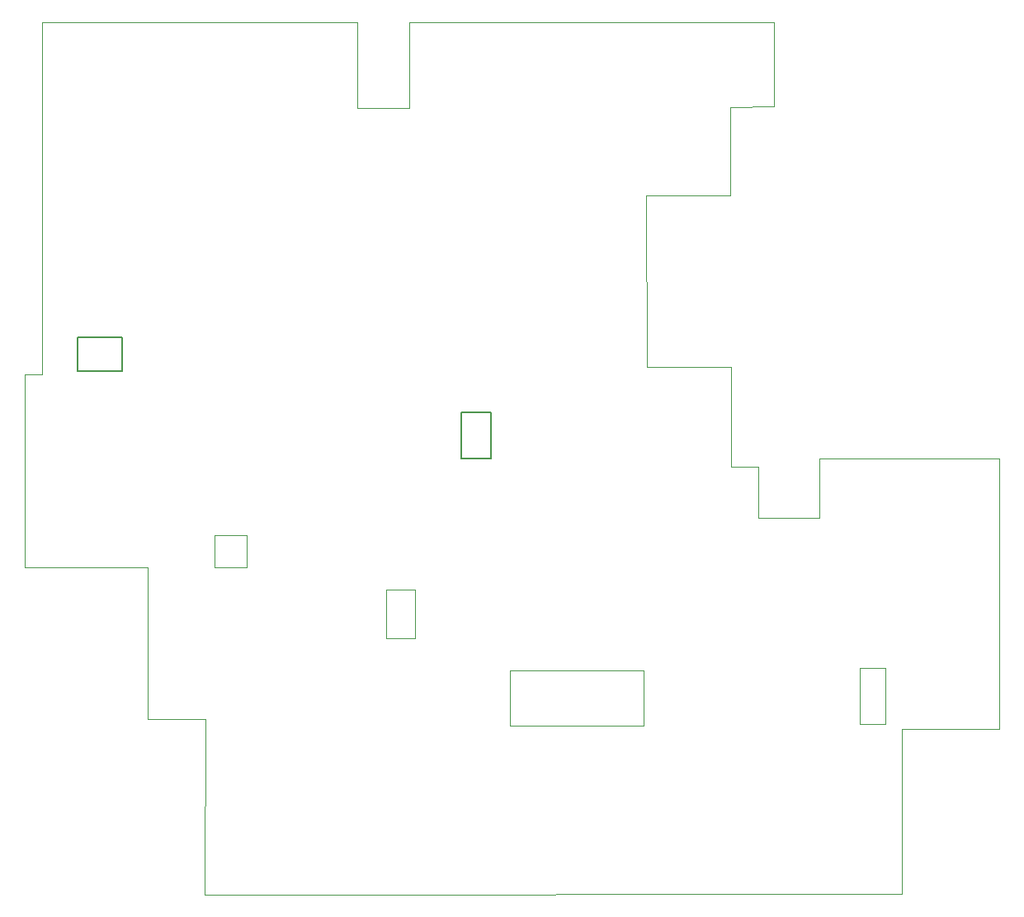
<source format=gbr>
%TF.GenerationSoftware,KiCad,Pcbnew,(7.0.0)*%
%TF.CreationDate,2023-02-16T22:34:58-06:00*%
%TF.ProjectId,cart,63617274-2e6b-4696-9361-645f70636258,rev?*%
%TF.SameCoordinates,Original*%
%TF.FileFunction,Profile,NP*%
%FSLAX46Y46*%
G04 Gerber Fmt 4.6, Leading zero omitted, Abs format (unit mm)*
G04 Created by KiCad (PCBNEW (7.0.0)) date 2023-02-16 22:34:58*
%MOMM*%
%LPD*%
G01*
G04 APERTURE LIST*
%TA.AperFunction,Profile*%
%ADD10C,0.100000*%
%TD*%
%TA.AperFunction,Profile*%
%ADD11C,0.150000*%
%TD*%
G04 APERTURE END LIST*
D10*
X131630000Y-156010000D02*
X145340000Y-156010000D01*
X145340000Y-156010000D02*
X145340000Y-161630000D01*
X145340000Y-161630000D02*
X131630000Y-161630000D01*
X131630000Y-161630000D02*
X131630000Y-156010000D01*
X154210000Y-98130000D02*
X154220000Y-107250000D01*
X121308000Y-98224000D02*
X115974000Y-98224000D01*
X158670000Y-98090000D02*
X154210000Y-98130000D01*
X115974000Y-98224000D02*
X115974000Y-93398000D01*
X157060000Y-140340000D02*
X157060000Y-135060000D01*
X171830000Y-178970000D02*
X171820000Y-161980000D01*
X154320000Y-135060000D02*
X157060000Y-135060000D01*
X115974000Y-89461000D02*
X83589000Y-89461000D01*
X158670000Y-98090000D02*
X158670000Y-89460000D01*
X115974000Y-93398000D02*
X115974000Y-89461000D01*
X181820000Y-134230000D02*
X163340000Y-134230000D01*
X81840000Y-125600000D02*
X83590000Y-125600000D01*
X81840000Y-145430000D02*
X81840000Y-125600000D01*
X118880000Y-147670000D02*
X121890000Y-147670000D01*
X121890000Y-147670000D02*
X121890000Y-152660000D01*
X121890000Y-152660000D02*
X118880000Y-152660000D01*
X118880000Y-152660000D02*
X118880000Y-147670000D01*
X154320000Y-134200000D02*
X154320000Y-135060000D01*
X171820000Y-161980000D02*
X181820000Y-161980000D01*
X181820000Y-161980000D02*
X181820000Y-160970000D01*
X170120000Y-155710000D02*
X170120000Y-160620000D01*
X121308000Y-89461000D02*
X121308000Y-98224000D01*
X181820000Y-134230000D02*
X181820000Y-160970000D01*
X100350000Y-161020000D02*
X94440000Y-161020000D01*
X101342500Y-142130000D02*
X104617500Y-142130000D01*
X104617500Y-142130000D02*
X104617500Y-145455000D01*
X104617500Y-145455000D02*
X101342500Y-145455000D01*
X101342500Y-145455000D02*
X101342500Y-142130000D01*
X163340000Y-134230000D02*
X163330000Y-140340000D01*
X170120000Y-161530000D02*
X167510000Y-161520000D01*
X163330000Y-140340000D02*
X157060000Y-140340000D01*
D11*
X126640000Y-129515000D02*
X129640000Y-129515000D01*
X129640000Y-129515000D02*
X129640000Y-134265000D01*
X129640000Y-134265000D02*
X126640000Y-134265000D01*
X126640000Y-134265000D02*
X126640000Y-129515000D01*
D10*
X145630000Y-124850000D02*
X154310000Y-124860000D01*
X154220000Y-107250000D02*
X145620000Y-107250000D01*
X100320000Y-179020000D02*
X171830000Y-178970000D01*
X83589000Y-89461000D02*
X83590000Y-125600000D01*
X167510000Y-160630000D02*
X167510000Y-155710000D01*
X167510000Y-155710000D02*
X170120000Y-155710000D01*
D11*
X87230000Y-121820000D02*
X91855000Y-121820000D01*
X91855000Y-121820000D02*
X91855000Y-125245000D01*
X91855000Y-125245000D02*
X87230000Y-125245000D01*
X87230000Y-125245000D02*
X87230000Y-121820000D01*
D10*
X94450000Y-145420000D02*
X81840000Y-145430000D01*
X121308000Y-89461000D02*
X158670000Y-89460000D01*
X94440000Y-161020000D02*
X94450000Y-145420000D01*
X167510000Y-161520000D02*
X167510000Y-160630000D01*
X170120000Y-160620000D02*
X170120000Y-161530000D01*
X145620000Y-107250000D02*
X145630000Y-124850000D01*
X154320000Y-134200000D02*
X154310000Y-124860000D01*
X100350000Y-161020000D02*
X100320000Y-179020000D01*
M02*

</source>
